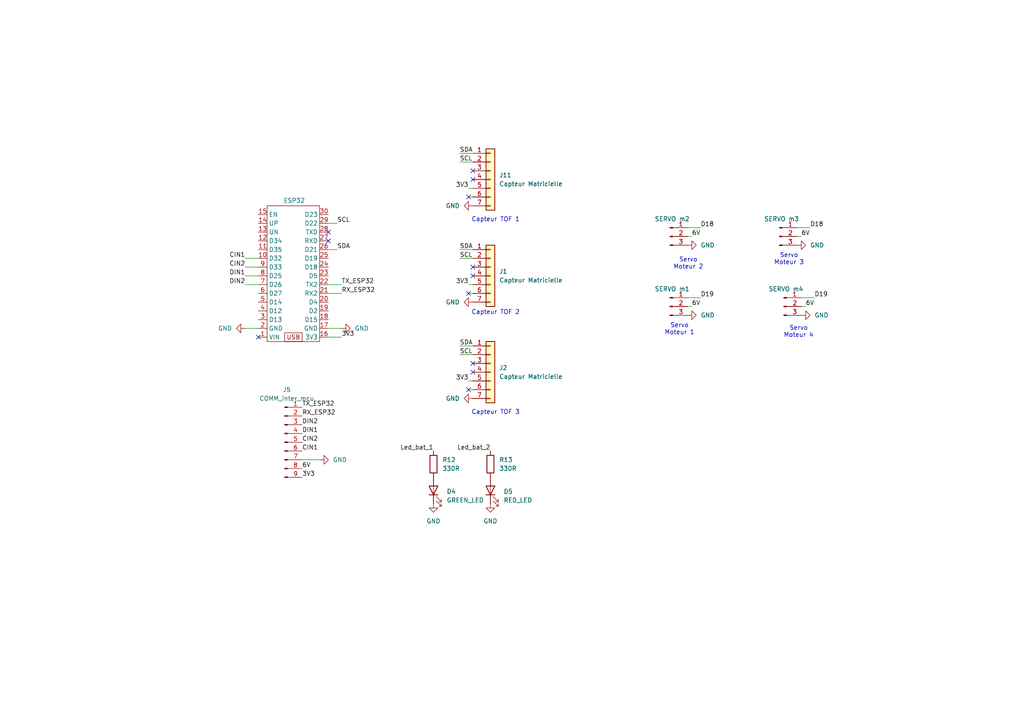
<source format=kicad_sch>
(kicad_sch (version 20250114) (generator "eeschema") (generator_version "9.0")
  (paper "A4")
  (lib_symbols
    (symbol "Connector:Conn_01x03_Pin" (pin_names (offset 1.016) (hide yes))
      (property "Reference" "J" (at 0 5.08 0))
      (property "Value" "Conn_01x03_Pin" (at 0 -5.08 0))
      (symbol "Conn_01x03_Pin_1_1"
        (rectangle (start 0.8636 2.667) (end 0 2.413) (stroke (width 0.1524)) (fill (type outline)))
        (rectangle (start 0.8636 0.127) (end 0 -0.127) (stroke (width 0.1524)) (fill (type outline)))
        (rectangle (start 0.8636 -2.413) (end 0 -2.667) (stroke (width 0.1524)) (fill (type outline)))
        (polyline (pts (xy 1.27 2.54) (xy 0.8636 2.54)) (stroke (width 0.1524)))
        (polyline (pts (xy 1.27 0) (xy 0.8636 0)) (stroke (width 0.1524)))
        (polyline (pts (xy 1.27 -2.54) (xy 0.8636 -2.54)) (stroke (width 0.1524)))
        (pin passive line (at 5.08 2.54 180) (length 3.81) (name "Pin_1") (number "1"))
        (pin passive line (at 5.08 0 180) (length 3.81) (name "Pin_2") (number "2"))
        (pin passive line (at 5.08 -2.54 180) (length 3.81) (name "Pin_3") (number "3"))
      )
    )
    (symbol "Connector:Conn_01x09_Pin" (pin_names (offset 1.016) (hide yes))
      (property "Reference" "J" (at 0 12.7 0))
      (property "Value" "Conn_01x09_Pin" (at 0 -12.7 0))
      (symbol "Conn_01x09_Pin_1_1"
        (rectangle (start 0.8636 10.287) (end 0 10.033) (stroke (width 0.1524)) (fill (type outline)))
        (rectangle (start 0.8636 7.747) (end 0 7.493) (stroke (width 0.1524)) (fill (type outline)))
        (rectangle (start 0.8636 5.207) (end 0 4.953) (stroke (width 0.1524)) (fill (type outline)))
        (rectangle (start 0.8636 2.667) (end 0 2.413) (stroke (width 0.1524)) (fill (type outline)))
        (rectangle (start 0.8636 0.127) (end 0 -0.127) (stroke (width 0.1524)) (fill (type outline)))
        (rectangle (start 0.8636 -2.413) (end 0 -2.667) (stroke (width 0.1524)) (fill (type outline)))
        (rectangle (start 0.8636 -4.953) (end 0 -5.207) (stroke (width 0.1524)) (fill (type outline)))
        (rectangle (start 0.8636 -7.493) (end 0 -7.747) (stroke (width 0.1524)) (fill (type outline)))
        (rectangle (start 0.8636 -10.033) (end 0 -10.287) (stroke (width 0.1524)) (fill (type outline)))
        (polyline (pts (xy 1.27 10.16) (xy 0.8636 10.16)) (stroke (width 0.1524)))
        (polyline (pts (xy 1.27 7.62) (xy 0.8636 7.62)) (stroke (width 0.1524)))
        (polyline (pts (xy 1.27 5.08) (xy 0.8636 5.08)) (stroke (width 0.1524)))
        (polyline (pts (xy 1.27 2.54) (xy 0.8636 2.54)) (stroke (width 0.1524)))
        (polyline (pts (xy 1.27 0) (xy 0.8636 0)) (stroke (width 0.1524)))
        (polyline (pts (xy 1.27 -2.54) (xy 0.8636 -2.54)) (stroke (width 0.1524)))
        (polyline (pts (xy 1.27 -5.08) (xy 0.8636 -5.08)) (stroke (width 0.1524)))
        (polyline (pts (xy 1.27 -7.62) (xy 0.8636 -7.62)) (stroke (width 0.1524)))
        (polyline (pts (xy 1.27 -10.16) (xy 0.8636 -10.16)) (stroke (width 0.1524)))
        (pin passive line (at 5.08 10.16 180) (length 3.81) (name "Pin_1") (number "1"))
        (pin passive line (at 5.08 7.62 180) (length 3.81) (name "Pin_2") (number "2"))
        (pin passive line (at 5.08 5.08 180) (length 3.81) (name "Pin_3") (number "3"))
        (pin passive line (at 5.08 2.54 180) (length 3.81) (name "Pin_4") (number "4"))
        (pin passive line (at 5.08 0 180) (length 3.81) (name "Pin_5") (number "5"))
        (pin passive line (at 5.08 -2.54 180) (length 3.81) (name "Pin_6") (number "6"))
        (pin passive line (at 5.08 -5.08 180) (length 3.81) (name "Pin_7") (number "7"))
        (pin passive line (at 5.08 -7.62 180) (length 3.81) (name "Pin_8") (number "8"))
        (pin passive line (at 5.08 -10.16 180) (length 3.81) (name "Pin_9") (number "9"))
      )
    )
    (symbol "Connector_Generic:Conn_01x07" (pin_names (offset 1.016) (hide yes))
      (property "Reference" "J" (at 0 10.16 0))
      (property "Value" "Conn_01x07" (at 0 -10.16 0))
      (symbol "Conn_01x07_1_1"
        (rectangle (start -1.27 8.89) (end 1.27 -8.89) (stroke (width 0.254)) (fill (type background)))
        (rectangle (start -1.27 7.747) (end 0 7.493) (stroke (width 0.1524)))
        (rectangle (start -1.27 5.207) (end 0 4.953) (stroke (width 0.1524)))
        (rectangle (start -1.27 2.667) (end 0 2.413) (stroke (width 0.1524)))
        (rectangle (start -1.27 0.127) (end 0 -0.127) (stroke (width 0.1524)))
        (rectangle (start -1.27 -2.413) (end 0 -2.667) (stroke (width 0.1524)))
        (rectangle (start -1.27 -4.953) (end 0 -5.207) (stroke (width 0.1524)))
        (rectangle (start -1.27 -7.493) (end 0 -7.747) (stroke (width 0.1524)))
        (pin passive line (at -5.08 7.62 0) (length 3.81) (name "Pin_1") (number "1"))
        (pin passive line (at -5.08 5.08 0) (length 3.81) (name "Pin_2") (number "2"))
        (pin passive line (at -5.08 2.54 0) (length 3.81) (name "Pin_3") (number "3"))
        (pin passive line (at -5.08 0 0) (length 3.81) (name "Pin_4") (number "4"))
        (pin passive line (at -5.08 -2.54 0) (length 3.81) (name "Pin_5") (number "5"))
        (pin passive line (at -5.08 -5.08 0) (length 3.81) (name "Pin_6") (number "6"))
        (pin passive line (at -5.08 -7.62 0) (length 3.81) (name "Pin_7") (number "7"))
      )
    )
    (symbol "Device:LED" (pin_numbers (hide yes)) (pin_names (offset 1.016) (hide yes))
      (property "Reference" "D" (at 0 2.54 0))
      (property "Value" "LED" (at 0 -2.54 0))
      (symbol "LED_0_1"
        (polyline (pts (xy -3.048 -0.762) (xy -4.572 -2.286) (xy -3.81 -2.286) (xy -4.572 -2.286) (xy -4.572 -1.524)))
        (polyline (pts (xy -1.778 -0.762) (xy -3.302 -2.286) (xy -2.54 -2.286) (xy -3.302 -2.286) (xy -3.302 -1.524)))
        (polyline (pts (xy -1.27 0) (xy 1.27 0)))
        (polyline (pts (xy -1.27 -1.27) (xy -1.27 1.27)) (stroke (width 0.254)))
        (polyline (pts (xy 1.27 -1.27) (xy 1.27 1.27) (xy -1.27 0) (xy 1.27 -1.27)) (stroke (width 0.254)))
      )
      (symbol "LED_1_1"
        (pin passive line (at -3.81 0 0) (length 2.54) (name "K") (number "1"))
        (pin passive line (at 3.81 0 180) (length 2.54) (name "A") (number "2"))
      )
    )
    (symbol "Device:R" (pin_numbers (hide yes)) (pin_names (offset 0))
      (property "Reference" "R" (at 2.032 0 90))
      (property "Value" "R" (at 0 0 90))
      (symbol "R_0_1"
        (rectangle (start -1.016 -2.54) (end 1.016 2.54) (stroke (width 0.254)))
      )
      (symbol "R_1_1"
        (pin passive line (at 0 3.81 270) (length 1.27) (name "~") (number "1"))
        (pin passive line (at 0 -3.81 90) (length 1.27) (name "~") (number "2"))
      )
    )
    (symbol "ESP_32_ANGE:ESP_32_WROOM32"
      (property "Reference" "U" (at -3.556 3.302 0))
      (symbol "ESP_32_WROOM32_0_1"
        (rectangle (start -7.62 0) (end 7.62 -39.37))
        (rectangle (start -2.54 -36.83) (end 2.54 -39.37))
      )
      (symbol "ESP_32_WROOM32_1_1"
        (text "USB\n" (at 0 -38.1 0) (effects (font (size 1.27 1.27))))
        (pin passive line (at -10.16 -2.54 0) (length 2.54) (name "EN") (number "15"))
        (pin passive line (at -10.16 -5.08 0) (length 2.54) (name "UP") (number "14"))
        (pin passive line (at -10.16 -7.62 0) (length 2.54) (name "UN") (number "13"))
        (pin passive line (at -10.16 -10.16 0) (length 2.54) (name "D34") (number "12"))
        (pin passive line (at -10.16 -12.7 0) (length 2.54) (name "D35") (number "11"))
        (pin passive line (at -10.16 -15.24 0) (length 2.54) (name "D32") (number "10"))
        (pin passive line (at -10.16 -17.78 0) (length 2.54) (name "D33") (number "9"))
        (pin passive line (at -10.16 -20.32 0) (length 2.54) (name "D25") (number "8"))
        (pin passive line (at -10.16 -22.86 0) (length 2.54) (name "D26") (number "7"))
        (pin passive line (at -10.16 -25.4 0) (length 2.54) (name "D27") (number "6"))
        (pin passive line (at -10.16 -27.94 0) (length 2.54) (name "D14") (number "5"))
        (pin passive line (at -10.16 -30.48 0) (length 2.54) (name "D12") (number "4"))
        (pin passive line (at -10.16 -33.02 0) (length 2.54) (name "D13") (number "3"))
        (pin power_in line (at -10.16 -35.56 0) (length 2.54) (name "GND") (number "2"))
        (pin power_in line (at -10.16 -38.1 0) (length 2.54) (name "VIN") (number "1"))
        (pin passive line (at 10.16 -2.54 180) (length 2.54) (name "D23") (number "30"))
        (pin passive line (at 10.16 -5.08 180) (length 2.54) (name "D22") (number "29"))
        (pin passive line (at 10.16 -7.62 180) (length 2.54) (name "TXD") (number "28"))
        (pin passive line (at 10.16 -10.16 180) (length 2.54) (name "RXD") (number "27"))
        (pin passive line (at 10.16 -12.7 180) (length 2.54) (name "D21") (number "26"))
        (pin passive line (at 10.16 -15.24 180) (length 2.54) (name "D19") (number "25"))
        (pin passive line (at 10.16 -17.78 180) (length 2.54) (name "D18") (number "24"))
        (pin passive line (at 10.16 -20.32 180) (length 2.54) (name "D5") (number "23"))
        (pin passive line (at 10.16 -22.86 180) (length 2.54) (name "TX2") (number "22"))
        (pin passive line (at 10.16 -25.4 180) (length 2.54) (name "RX2") (number "21"))
        (pin passive line (at 10.16 -27.94 180) (length 2.54) (name "D4") (number "20"))
        (pin passive line (at 10.16 -30.48 180) (length 2.54) (name "D2") (number "19"))
        (pin passive line (at 10.16 -33.02 180) (length 2.54) (name "D15") (number "18"))
        (pin power_in line (at 10.16 -35.56 180) (length 2.54) (name "GND") (number "17"))
        (pin power_out line (at 10.16 -38.1 180) (length 2.54) (name "3V3") (number "16"))
      )
    )
    (symbol "power:GND" (power) (pin_numbers (hide yes)) (pin_names (offset 0) (hide yes))
      (property "Value" "GND" (at 0 -3.81 0))
      (symbol "GND_0_1"
        (polyline (pts (xy 0 0) (xy 0 -1.27) (xy 1.27 -1.27) (xy 0 -2.54) (xy -1.27 -1.27) (xy 0 -1.27)))
      )
      (symbol "GND_1_1"
        (pin power_in line (at 0 0 270) (length 0) (name "~") (number "1"))
      )
    )
  )
  (text "Servo\nMoteur 2" (at 199.644 76.454 0) (effects (font (size 1.27 1.27))))
  (text "Capteur TOF 3\n" (at 143.764 119.634 0) (effects (font (size 1.27 1.27))))
  (text "Servo\nMoteur 4\n" (at 231.648 96.266 0) (effects (font (size 1.27 1.27))))
  (text "Capteur TOF 1\n" (at 143.764 63.754 0) (effects (font (size 1.27 1.27))))
  (text "Servo\nMoteur 1\n" (at 197.104 95.504 0) (effects (font (size 1.27 1.27))))
  (text "Servo\nMoteur 3\n" (at 228.854 75.184 0) (effects (font (size 1.27 1.27))))
  (text "Capteur TOF 2\n\n" (at 143.764 91.694 0) (effects (font (size 1.27 1.27))))
  (no_connect (at 137.16 80.01))
  (no_connect (at 95.25 67.31))
  (no_connect (at 74.93 97.79))
  (no_connect (at 137.16 105.41))
  (no_connect (at 95.25 69.85))
  (no_connect (at 137.16 49.53))
  (no_connect (at 137.16 107.95))
  (no_connect (at 137.16 52.07))
  (no_connect (at 137.16 77.47))
  (no_connect (at 135.89 113.03))
  (no_connect (at 135.89 85.09))
  (no_connect (at 135.89 57.15))
  (wire (pts (xy 87.63 133.35) (xy 92.71 133.35)))
  (wire (pts (xy 95.25 72.39) (xy 97.79 72.39)))
  (wire (pts (xy 95.25 82.55) (xy 99.06 82.55)))
  (wire (pts (xy 95.25 64.77) (xy 97.79 64.77)))
  (wire (pts (xy 135.89 110.49) (xy 137.16 110.49)))
  (wire (pts (xy 135.89 113.03) (xy 137.16 113.03)))
  (wire (pts (xy 71.12 74.93) (xy 74.93 74.93)))
  (wire (pts (xy 234.95 66.04) (xy 231.14 66.04)))
  (wire (pts (xy 135.89 54.61) (xy 137.16 54.61)))
  (wire (pts (xy 71.12 80.01) (xy 74.93 80.01)))
  (wire (pts (xy 203.2 86.36) (xy 199.39 86.36)))
  (wire (pts (xy 200.66 68.58) (xy 199.39 68.58)))
  (wire (pts (xy 133.35 102.87) (xy 137.16 102.87)))
  (wire (pts (xy 133.35 46.99) (xy 137.16 46.99)))
  (wire (pts (xy 200.66 88.9) (xy 199.39 88.9)))
  (wire (pts (xy 71.12 95.25) (xy 74.93 95.25)))
  (wire (pts (xy 71.12 77.47) (xy 74.93 77.47)))
  (wire (pts (xy 236.22 86.36) (xy 232.41 86.36)))
  (wire (pts (xy 133.35 100.33) (xy 137.16 100.33)))
  (wire (pts (xy 95.25 85.09) (xy 99.06 85.09)))
  (wire (pts (xy 95.25 95.25) (xy 99.06 95.25)))
  (wire (pts (xy 135.89 85.09) (xy 137.16 85.09)))
  (wire (pts (xy 135.89 57.15) (xy 137.16 57.15)))
  (wire (pts (xy 135.89 82.55) (xy 137.16 82.55)))
  (wire (pts (xy 232.41 68.58) (xy 231.14 68.58)))
  (wire (pts (xy 71.12 82.55) (xy 74.93 82.55)))
  (wire (pts (xy 95.25 97.79) (xy 99.06 97.79)))
  (wire (pts (xy 203.2 66.04) (xy 199.39 66.04)))
  (wire (pts (xy 233.68 88.9) (xy 232.41 88.9)))
  (wire (pts (xy 133.35 44.45) (xy 137.16 44.45)))
  (wire (pts (xy 133.35 74.93) (xy 137.16 74.93)))
  (wire (pts (xy 133.35 72.39) (xy 137.16 72.39)))
  (label "DIN2" (at 71.12 82.55 180))
  (label "CIN1" (at 87.63 130.81 0))
  (label "DIN2" (at 87.63 123.19 0))
  (label "3V3" (at 135.89 82.55 180))
  (label "3V3" (at 135.89 54.61 180))
  (label "SCL" (at 97.79 64.77 0))
  (label "SDA" (at 133.35 44.45 0))
  (label "6V" (at 200.66 88.9 0))
  (label "6V" (at 87.63 135.89 0))
  (label "TX_ESP32" (at 87.63 118.11 0))
  (label "SCL" (at 133.35 74.93 0))
  (label "D19" (at 236.22 86.36 0))
  (label "Led_bat_2" (at 142.24 130.81 180))
  (label "D18" (at 234.95 66.04 0))
  (label "DIN1" (at 87.63 125.73 0))
  (label "6V" (at 233.68 88.9 0))
  (label "3V3" (at 87.63 138.43 0))
  (label "RX_ESP32" (at 87.63 120.65 0))
  (label "SCL" (at 133.35 102.87 0))
  (label "3V3" (at 99.06 97.79 0))
  (label "6V" (at 200.66 68.58 0))
  (label "CIN2" (at 71.12 77.47 180))
  (label "6V" (at 232.41 68.58 0))
  (label "DIN1" (at 71.12 80.01 180))
  (label "D19" (at 203.2 86.36 0))
  (label "SCL" (at 133.35 46.99 0))
  (label "CIN1" (at 71.12 74.93 180))
  (label "SDA" (at 133.35 72.39 0))
  (label "3V3" (at 135.89 110.49 180))
  (label "CIN2" (at 87.63 128.27 0))
  (label "RX_ESP32" (at 99.06 85.09 0))
  (label "SDA" (at 97.79 72.39 0))
  (label "Led_bat_1" (at 125.73 130.81 180))
  (label "D18" (at 203.2 66.04 0))
  (label "SDA" (at 133.35 100.33 0))
  (label "TX_ESP32" (at 99.06 82.55 0))
  (symbol (lib_id "power:GND") (at 232.41 91.44 90) (unit 1)
    (property "Reference" "#PWR03" (effects (hide yes)))
    (property "Value" "GND" (at 236.22 91.4399 90) (effects (justify right)))
    (property "Description" "Power symbol creates a global label with name \"GND\" , ground" (effects (hide yes)))
  )
  (symbol (lib_id "power:GND") (at 199.39 71.12 90) (unit 1)
    (property "Reference" "#PWR03" (effects (hide yes)))
    (property "Value" "GND" (at 203.2 71.1199 90) (effects (justify right)))
    (property "Description" "Power symbol creates a global label with name \"GND\" , ground" (effects (hide yes)))
  )
  (symbol (lib_id "Connector_Generic:Conn_01x07") (at 142.24 52.07 0) (unit 1)
    (property "Reference" "J11" (at 144.78 50.7999 0) (effects (justify left)))
    (property "Value" "Capteur Matricielle" (at 144.78 53.3399 0) (effects (justify left)))
    (property "Footprint" "Connector_PinHeader_2.54mm:PinHeader_1x07_P2.54mm_Vertical" (effects (hide yes)))
    (property "Description" "Generic connector, single row, 01x07, script generated (kicad-library-utils/schlib/autogen/connector/)" (effects (hide yes)))
  )
  (symbol (lib_id "Connector_Generic:Conn_01x07") (at 142.24 80.01 0) (unit 1)
    (property "Reference" "J1" (at 144.78 78.7399 0) (effects (justify left)))
    (property "Value" "Capteur Matricielle" (at 144.78 81.2799 0) (effects (justify left)))
    (property "Footprint" "Connector_PinHeader_2.54mm:PinHeader_1x07_P2.54mm_Vertical" (effects (hide yes)))
    (property "Description" "Generic connector, single row, 01x07, script generated (kicad-library-utils/schlib/autogen/connector/)" (effects (hide yes)))
  )
  (symbol (lib_id "Device:LED") (at 125.73 142.24 90) (unit 1)
    (property "Reference" "D4" (at 129.54 142.5574 90) (effects (justify right)))
    (property "Value" "GREEN_LED" (at 129.54 145.0974 90) (effects (justify right)))
    (property "Footprint" "LED_SMD:LED_0603_1608Metric" (effects (hide yes)))
    (property "Description" "Light emitting diode" (effects (hide yes)))
    (property "Sim.Pins" "1=K 2=A" (effects (hide yes)))
  )
  (symbol (lib_id "Connector_Generic:Conn_01x07") (at 142.24 107.95 0) (unit 1)
    (property "Reference" "J2" (at 144.78 106.6799 0) (effects (justify left)))
    (property "Value" "Capteur Matricielle" (at 144.78 109.2199 0) (effects (justify left)))
    (property "Footprint" "Connector_PinHeader_2.54mm:PinHeader_1x07_P2.54mm_Vertical" (effects (hide yes)))
    (property "Description" "Generic connector, single row, 01x07, script generated (kicad-library-utils/schlib/autogen/connector/)" (effects (hide yes)))
  )
  (symbol (lib_id "power:GND") (at 231.14 71.12 90) (unit 1)
    (property "Reference" "#PWR04" (effects (hide yes)))
    (property "Value" "GND" (at 234.95 71.1199 90) (effects (justify right)))
    (property "Description" "Power symbol creates a global label with name \"GND\" , ground" (effects (hide yes)))
  )
  (symbol (lib_id "power:GND") (at 137.16 59.69 270) (unit 1)
    (property "Reference" "#PWR09" (effects (hide yes)))
    (property "Value" "GND" (at 133.35 59.6899 90) (effects (justify right)))
    (property "Description" "Power symbol creates a global label with name \"GND\" , ground" (effects (hide yes)))
  )
  (symbol (lib_id "ESP_32_ANGE:ESP_32_WROOM32") (at 85.09 59.69 0) (unit 1)
    (property "Reference" "U1" (effects (hide yes)))
    (property "Value" "ESP32" (at 85.344 58.166 0))
    (property "Footprint" "composant_pami:esp32_wroom32" (effects (hide yes)))
  )
  (symbol (lib_id "Device:R") (at 142.24 134.62 0) (unit 1)
    (property "Reference" "R13" (at 144.78 133.3499 0) (effects (justify left)))
    (property "Value" "330R" (at 144.78 135.8899 0) (effects (justify left)))
    (property "Footprint" "Resistor_SMD:R_0603_1608Metric" (effects (hide yes)))
    (property "Description" "Resistor" (effects (hide yes)))
  )
  (symbol (lib_id "power:GND") (at 125.73 146.05 0) (unit 1)
    (property "Reference" "#PWR032" (effects (hide yes)))
    (property "Value" "GND" (at 125.73 151.13 0))
    (property "Description" "Power symbol creates a global label with name \"GND\" , ground" (effects (hide yes)))
  )
  (symbol (lib_id "Connector:Conn_01x09_Pin") (at 82.55 128.27 0) (unit 1)
    (property "Reference" "J5" (at 83.185 113.03 0))
    (property "Value" "COMM_inter_mcu" (at 83.185 115.57 0))
    (property "Footprint" "Connector_PinSocket_2.54mm:PinSocket_1x09_P2.54mm_Vertical" (effects (hide yes)))
    (property "Description" "Generic connector, single row, 01x09, script generated" (effects (hide yes)))
  )
  (symbol (lib_id "Device:LED") (at 142.24 142.24 90) (unit 1)
    (property "Reference" "D5" (at 146.05 142.5574 90) (effects (justify right)))
    (property "Value" "RED_LED" (at 146.05 145.0974 90) (effects (justify right)))
    (property "Footprint" "LED_SMD:LED_0603_1608Metric" (effects (hide yes)))
    (property "Description" "Light emitting diode" (effects (hide yes)))
    (property "Sim.Pins" "1=K 2=A" (effects (hide yes)))
  )
  (symbol (lib_id "Device:R") (at 125.73 134.62 0) (unit 1)
    (property "Reference" "R12" (at 128.27 133.3499 0) (effects (justify left)))
    (property "Value" "330R" (at 128.27 135.8899 0) (effects (justify left)))
    (property "Footprint" "Resistor_SMD:R_0603_1608Metric" (effects (hide yes)))
    (property "Description" "Resistor" (effects (hide yes)))
  )
  (symbol (lib_id "power:GND") (at 71.12 95.25 270) (unit 1)
    (property "Reference" "#PWR06" (effects (hide yes)))
    (property "Value" "GND" (at 67.31 95.2499 90) (effects (justify right)))
    (property "Description" "Power symbol creates a global label with name \"GND\" , ground" (effects (hide yes)))
  )
  (symbol (lib_id "power:GND") (at 99.06 95.25 90) (unit 1)
    (property "Reference" "#PWR07" (effects (hide yes)))
    (property "Value" "GND" (at 102.87 95.2499 90) (effects (justify right)))
    (property "Description" "Power symbol creates a global label with name \"GND\" , ground" (effects (hide yes)))
  )
  (symbol (lib_id "power:GND") (at 137.16 115.57 270) (unit 1)
    (property "Reference" "#PWR02" (effects (hide yes)))
    (property "Value" "GND" (at 133.35 115.5699 90) (effects (justify right)))
    (property "Description" "Power symbol creates a global label with name \"GND\" , ground" (effects (hide yes)))
  )
  (symbol (lib_id "power:GND") (at 137.16 87.63 270) (unit 1)
    (property "Reference" "#PWR01" (effects (hide yes)))
    (property "Value" "GND" (at 133.35 87.6299 90) (effects (justify right)))
    (property "Description" "Power symbol creates a global label with name \"GND\" , ground" (effects (hide yes)))
  )
  (symbol (lib_id "power:GND") (at 92.71 133.35 90) (unit 1)
    (property "Reference" "#PWR05" (effects (hide yes)))
    (property "Value" "GND" (at 96.52 133.3499 90) (effects (justify right)))
    (property "Description" "Power symbol creates a global label with name \"GND\" , ground" (effects (hide yes)))
  )
  (symbol (lib_id "Connector:Conn_01x03_Pin") (at 226.06 68.58 0) (unit 1)
    (property "Reference" "J12" (effects (hide yes)))
    (property "Value" "SERVO m3" (at 226.695 63.5 0))
    (property "Footprint" "Connector_PinHeader_2.54mm:PinHeader_1x03_P2.54mm_Vertical" (effects (hide yes)))
    (property "Description" "Generic connector, single row, 01x03, script generated" (effects (hide yes)))
  )
  (symbol (lib_id "Connector:Conn_01x03_Pin") (at 227.33 88.9 0) (unit 1)
    (property "Reference" "J3" (effects (hide yes)))
    (property "Value" "SERVO m4" (at 227.965 83.82 0))
    (property "Footprint" "Connector_PinHeader_2.54mm:PinHeader_1x03_P2.54mm_Vertical" (effects (hide yes)))
    (property "Description" "Generic connector, single row, 01x03, script generated" (effects (hide yes)))
  )
  (symbol (lib_id "power:GND") (at 142.24 146.05 0) (unit 1)
    (property "Reference" "#PWR033" (effects (hide yes)))
    (property "Value" "GND" (at 142.24 151.13 0))
    (property "Description" "Power symbol creates a global label with name \"GND\" , ground" (effects (hide yes)))
  )
  (symbol (lib_id "Connector:Conn_01x03_Pin") (at 194.31 88.9 0) (unit 1)
    (property "Reference" "J4" (effects (hide yes)))
    (property "Value" "SERVO m1" (at 194.945 83.82 0))
    (property "Footprint" "Connector_PinHeader_2.54mm:PinHeader_1x03_P2.54mm_Vertical" (effects (hide yes)))
    (property "Description" "Generic connector, single row, 01x03, script generated" (effects (hide yes)))
  )
  (symbol (lib_id "Connector:Conn_01x03_Pin") (at 194.31 68.58 0) (unit 1)
    (property "Reference" "J3" (effects (hide yes)))
    (property "Value" "SERVO m2" (at 194.945 63.5 0))
    (property "Footprint" "Connector_PinHeader_2.54mm:PinHeader_1x03_P2.54mm_Vertical" (effects (hide yes)))
    (property "Description" "Generic connector, single row, 01x03, script generated" (effects (hide yes)))
  )
  (symbol (lib_id "power:GND") (at 199.39 91.44 90) (unit 1)
    (property "Reference" "#PWR04" (effects (hide yes)))
    (property "Value" "GND" (at 203.2 91.4399 90) (effects (justify right)))
    (property "Description" "Power symbol creates a global label with name \"GND\" , ground" (effects (hide yes)))
  )
)
</source>
